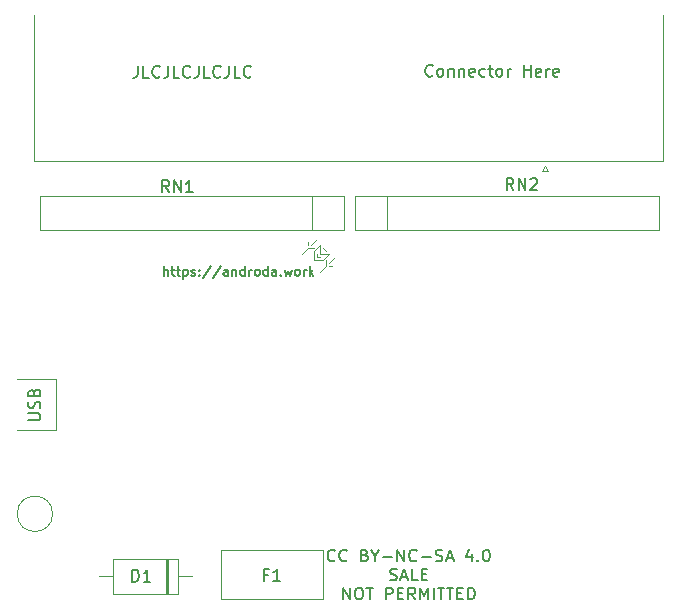
<source format=gbr>
%TF.GenerationSoftware,KiCad,Pcbnew,(6.0.2)*%
%TF.CreationDate,2022-04-05T13:26:03-06:00*%
%TF.ProjectId,DB25m_F4Lite_THTV1,44423235-6d5f-4463-944c-6974655f5448,rev?*%
%TF.SameCoordinates,Original*%
%TF.FileFunction,Legend,Top*%
%TF.FilePolarity,Positive*%
%FSLAX46Y46*%
G04 Gerber Fmt 4.6, Leading zero omitted, Abs format (unit mm)*
G04 Created by KiCad (PCBNEW (6.0.2)) date 2022-04-05 13:26:03*
%MOMM*%
%LPD*%
G01*
G04 APERTURE LIST*
%ADD10C,0.150000*%
%ADD11C,0.120000*%
G04 APERTURE END LIST*
D10*
X142966190Y-47187142D02*
X142918571Y-47234761D01*
X142775714Y-47282380D01*
X142680476Y-47282380D01*
X142537619Y-47234761D01*
X142442380Y-47139523D01*
X142394761Y-47044285D01*
X142347142Y-46853809D01*
X142347142Y-46710952D01*
X142394761Y-46520476D01*
X142442380Y-46425238D01*
X142537619Y-46330000D01*
X142680476Y-46282380D01*
X142775714Y-46282380D01*
X142918571Y-46330000D01*
X142966190Y-46377619D01*
X143537619Y-47282380D02*
X143442380Y-47234761D01*
X143394761Y-47187142D01*
X143347142Y-47091904D01*
X143347142Y-46806190D01*
X143394761Y-46710952D01*
X143442380Y-46663333D01*
X143537619Y-46615714D01*
X143680476Y-46615714D01*
X143775714Y-46663333D01*
X143823333Y-46710952D01*
X143870952Y-46806190D01*
X143870952Y-47091904D01*
X143823333Y-47187142D01*
X143775714Y-47234761D01*
X143680476Y-47282380D01*
X143537619Y-47282380D01*
X144299523Y-46615714D02*
X144299523Y-47282380D01*
X144299523Y-46710952D02*
X144347142Y-46663333D01*
X144442380Y-46615714D01*
X144585238Y-46615714D01*
X144680476Y-46663333D01*
X144728095Y-46758571D01*
X144728095Y-47282380D01*
X145204285Y-46615714D02*
X145204285Y-47282380D01*
X145204285Y-46710952D02*
X145251904Y-46663333D01*
X145347142Y-46615714D01*
X145490000Y-46615714D01*
X145585238Y-46663333D01*
X145632857Y-46758571D01*
X145632857Y-47282380D01*
X146490000Y-47234761D02*
X146394761Y-47282380D01*
X146204285Y-47282380D01*
X146109047Y-47234761D01*
X146061428Y-47139523D01*
X146061428Y-46758571D01*
X146109047Y-46663333D01*
X146204285Y-46615714D01*
X146394761Y-46615714D01*
X146490000Y-46663333D01*
X146537619Y-46758571D01*
X146537619Y-46853809D01*
X146061428Y-46949047D01*
X147394761Y-47234761D02*
X147299523Y-47282380D01*
X147109047Y-47282380D01*
X147013809Y-47234761D01*
X146966190Y-47187142D01*
X146918571Y-47091904D01*
X146918571Y-46806190D01*
X146966190Y-46710952D01*
X147013809Y-46663333D01*
X147109047Y-46615714D01*
X147299523Y-46615714D01*
X147394761Y-46663333D01*
X147680476Y-46615714D02*
X148061428Y-46615714D01*
X147823333Y-46282380D02*
X147823333Y-47139523D01*
X147870952Y-47234761D01*
X147966190Y-47282380D01*
X148061428Y-47282380D01*
X148537619Y-47282380D02*
X148442380Y-47234761D01*
X148394761Y-47187142D01*
X148347142Y-47091904D01*
X148347142Y-46806190D01*
X148394761Y-46710952D01*
X148442380Y-46663333D01*
X148537619Y-46615714D01*
X148680476Y-46615714D01*
X148775714Y-46663333D01*
X148823333Y-46710952D01*
X148870952Y-46806190D01*
X148870952Y-47091904D01*
X148823333Y-47187142D01*
X148775714Y-47234761D01*
X148680476Y-47282380D01*
X148537619Y-47282380D01*
X149299523Y-47282380D02*
X149299523Y-46615714D01*
X149299523Y-46806190D02*
X149347142Y-46710952D01*
X149394761Y-46663333D01*
X149490000Y-46615714D01*
X149585238Y-46615714D01*
X150680476Y-47282380D02*
X150680476Y-46282380D01*
X150680476Y-46758571D02*
X151251904Y-46758571D01*
X151251904Y-47282380D02*
X151251904Y-46282380D01*
X152109047Y-47234761D02*
X152013809Y-47282380D01*
X151823333Y-47282380D01*
X151728095Y-47234761D01*
X151680476Y-47139523D01*
X151680476Y-46758571D01*
X151728095Y-46663333D01*
X151823333Y-46615714D01*
X152013809Y-46615714D01*
X152109047Y-46663333D01*
X152156666Y-46758571D01*
X152156666Y-46853809D01*
X151680476Y-46949047D01*
X152585238Y-47282380D02*
X152585238Y-46615714D01*
X152585238Y-46806190D02*
X152632857Y-46710952D01*
X152680476Y-46663333D01*
X152775714Y-46615714D01*
X152870952Y-46615714D01*
X153585238Y-47234761D02*
X153490000Y-47282380D01*
X153299523Y-47282380D01*
X153204285Y-47234761D01*
X153156666Y-47139523D01*
X153156666Y-46758571D01*
X153204285Y-46663333D01*
X153299523Y-46615714D01*
X153490000Y-46615714D01*
X153585238Y-46663333D01*
X153632857Y-46758571D01*
X153632857Y-46853809D01*
X153156666Y-46949047D01*
X134691904Y-88237142D02*
X134644285Y-88284761D01*
X134501428Y-88332380D01*
X134406190Y-88332380D01*
X134263333Y-88284761D01*
X134168095Y-88189523D01*
X134120476Y-88094285D01*
X134072857Y-87903809D01*
X134072857Y-87760952D01*
X134120476Y-87570476D01*
X134168095Y-87475238D01*
X134263333Y-87380000D01*
X134406190Y-87332380D01*
X134501428Y-87332380D01*
X134644285Y-87380000D01*
X134691904Y-87427619D01*
X135691904Y-88237142D02*
X135644285Y-88284761D01*
X135501428Y-88332380D01*
X135406190Y-88332380D01*
X135263333Y-88284761D01*
X135168095Y-88189523D01*
X135120476Y-88094285D01*
X135072857Y-87903809D01*
X135072857Y-87760952D01*
X135120476Y-87570476D01*
X135168095Y-87475238D01*
X135263333Y-87380000D01*
X135406190Y-87332380D01*
X135501428Y-87332380D01*
X135644285Y-87380000D01*
X135691904Y-87427619D01*
X137215714Y-87808571D02*
X137358571Y-87856190D01*
X137406190Y-87903809D01*
X137453809Y-87999047D01*
X137453809Y-88141904D01*
X137406190Y-88237142D01*
X137358571Y-88284761D01*
X137263333Y-88332380D01*
X136882380Y-88332380D01*
X136882380Y-87332380D01*
X137215714Y-87332380D01*
X137310952Y-87380000D01*
X137358571Y-87427619D01*
X137406190Y-87522857D01*
X137406190Y-87618095D01*
X137358571Y-87713333D01*
X137310952Y-87760952D01*
X137215714Y-87808571D01*
X136882380Y-87808571D01*
X138072857Y-87856190D02*
X138072857Y-88332380D01*
X137739523Y-87332380D02*
X138072857Y-87856190D01*
X138406190Y-87332380D01*
X138739523Y-87951428D02*
X139501428Y-87951428D01*
X139977619Y-88332380D02*
X139977619Y-87332380D01*
X140549047Y-88332380D01*
X140549047Y-87332380D01*
X141596666Y-88237142D02*
X141549047Y-88284761D01*
X141406190Y-88332380D01*
X141310952Y-88332380D01*
X141168095Y-88284761D01*
X141072857Y-88189523D01*
X141025238Y-88094285D01*
X140977619Y-87903809D01*
X140977619Y-87760952D01*
X141025238Y-87570476D01*
X141072857Y-87475238D01*
X141168095Y-87380000D01*
X141310952Y-87332380D01*
X141406190Y-87332380D01*
X141549047Y-87380000D01*
X141596666Y-87427619D01*
X142025238Y-87951428D02*
X142787142Y-87951428D01*
X143215714Y-88284761D02*
X143358571Y-88332380D01*
X143596666Y-88332380D01*
X143691904Y-88284761D01*
X143739523Y-88237142D01*
X143787142Y-88141904D01*
X143787142Y-88046666D01*
X143739523Y-87951428D01*
X143691904Y-87903809D01*
X143596666Y-87856190D01*
X143406190Y-87808571D01*
X143310952Y-87760952D01*
X143263333Y-87713333D01*
X143215714Y-87618095D01*
X143215714Y-87522857D01*
X143263333Y-87427619D01*
X143310952Y-87380000D01*
X143406190Y-87332380D01*
X143644285Y-87332380D01*
X143787142Y-87380000D01*
X144168095Y-88046666D02*
X144644285Y-88046666D01*
X144072857Y-88332380D02*
X144406190Y-87332380D01*
X144739523Y-88332380D01*
X146263333Y-87665714D02*
X146263333Y-88332380D01*
X146025238Y-87284761D02*
X145787142Y-87999047D01*
X146406190Y-87999047D01*
X146787142Y-88237142D02*
X146834761Y-88284761D01*
X146787142Y-88332380D01*
X146739523Y-88284761D01*
X146787142Y-88237142D01*
X146787142Y-88332380D01*
X147453809Y-87332380D02*
X147549047Y-87332380D01*
X147644285Y-87380000D01*
X147691904Y-87427619D01*
X147739523Y-87522857D01*
X147787142Y-87713333D01*
X147787142Y-87951428D01*
X147739523Y-88141904D01*
X147691904Y-88237142D01*
X147644285Y-88284761D01*
X147549047Y-88332380D01*
X147453809Y-88332380D01*
X147358571Y-88284761D01*
X147310952Y-88237142D01*
X147263333Y-88141904D01*
X147215714Y-87951428D01*
X147215714Y-87713333D01*
X147263333Y-87522857D01*
X147310952Y-87427619D01*
X147358571Y-87380000D01*
X147453809Y-87332380D01*
X139358571Y-89894761D02*
X139501428Y-89942380D01*
X139739523Y-89942380D01*
X139834761Y-89894761D01*
X139882380Y-89847142D01*
X139930000Y-89751904D01*
X139930000Y-89656666D01*
X139882380Y-89561428D01*
X139834761Y-89513809D01*
X139739523Y-89466190D01*
X139549047Y-89418571D01*
X139453809Y-89370952D01*
X139406190Y-89323333D01*
X139358571Y-89228095D01*
X139358571Y-89132857D01*
X139406190Y-89037619D01*
X139453809Y-88990000D01*
X139549047Y-88942380D01*
X139787142Y-88942380D01*
X139930000Y-88990000D01*
X140310952Y-89656666D02*
X140787142Y-89656666D01*
X140215714Y-89942380D02*
X140549047Y-88942380D01*
X140882380Y-89942380D01*
X141691904Y-89942380D02*
X141215714Y-89942380D01*
X141215714Y-88942380D01*
X142025238Y-89418571D02*
X142358571Y-89418571D01*
X142501428Y-89942380D02*
X142025238Y-89942380D01*
X142025238Y-88942380D01*
X142501428Y-88942380D01*
X135382380Y-91552380D02*
X135382380Y-90552380D01*
X135953809Y-91552380D01*
X135953809Y-90552380D01*
X136620476Y-90552380D02*
X136810952Y-90552380D01*
X136906190Y-90600000D01*
X137001428Y-90695238D01*
X137049047Y-90885714D01*
X137049047Y-91219047D01*
X137001428Y-91409523D01*
X136906190Y-91504761D01*
X136810952Y-91552380D01*
X136620476Y-91552380D01*
X136525238Y-91504761D01*
X136430000Y-91409523D01*
X136382380Y-91219047D01*
X136382380Y-90885714D01*
X136430000Y-90695238D01*
X136525238Y-90600000D01*
X136620476Y-90552380D01*
X137334761Y-90552380D02*
X137906190Y-90552380D01*
X137620476Y-91552380D02*
X137620476Y-90552380D01*
X139001428Y-91552380D02*
X139001428Y-90552380D01*
X139382380Y-90552380D01*
X139477619Y-90600000D01*
X139525238Y-90647619D01*
X139572857Y-90742857D01*
X139572857Y-90885714D01*
X139525238Y-90980952D01*
X139477619Y-91028571D01*
X139382380Y-91076190D01*
X139001428Y-91076190D01*
X140001428Y-91028571D02*
X140334761Y-91028571D01*
X140477619Y-91552380D02*
X140001428Y-91552380D01*
X140001428Y-90552380D01*
X140477619Y-90552380D01*
X141477619Y-91552380D02*
X141144285Y-91076190D01*
X140906190Y-91552380D02*
X140906190Y-90552380D01*
X141287142Y-90552380D01*
X141382380Y-90600000D01*
X141430000Y-90647619D01*
X141477619Y-90742857D01*
X141477619Y-90885714D01*
X141430000Y-90980952D01*
X141382380Y-91028571D01*
X141287142Y-91076190D01*
X140906190Y-91076190D01*
X141906190Y-91552380D02*
X141906190Y-90552380D01*
X142239523Y-91266666D01*
X142572857Y-90552380D01*
X142572857Y-91552380D01*
X143049047Y-91552380D02*
X143049047Y-90552380D01*
X143382380Y-90552380D02*
X143953809Y-90552380D01*
X143668095Y-91552380D02*
X143668095Y-90552380D01*
X144144285Y-90552380D02*
X144715714Y-90552380D01*
X144430000Y-91552380D02*
X144430000Y-90552380D01*
X145049047Y-91028571D02*
X145382380Y-91028571D01*
X145525238Y-91552380D02*
X145049047Y-91552380D01*
X145049047Y-90552380D01*
X145525238Y-90552380D01*
X145953809Y-91552380D02*
X145953809Y-90552380D01*
X146191904Y-90552380D01*
X146334761Y-90600000D01*
X146430000Y-90695238D01*
X146477619Y-90790476D01*
X146525238Y-90980952D01*
X146525238Y-91123809D01*
X146477619Y-91314285D01*
X146430000Y-91409523D01*
X146334761Y-91504761D01*
X146191904Y-91552380D01*
X145953809Y-91552380D01*
X118001992Y-46366180D02*
X118001992Y-47080466D01*
X117954373Y-47223323D01*
X117859135Y-47318561D01*
X117716278Y-47366180D01*
X117621040Y-47366180D01*
X118954373Y-47366180D02*
X118478182Y-47366180D01*
X118478182Y-46366180D01*
X119859135Y-47270942D02*
X119811516Y-47318561D01*
X119668659Y-47366180D01*
X119573420Y-47366180D01*
X119430563Y-47318561D01*
X119335325Y-47223323D01*
X119287706Y-47128085D01*
X119240087Y-46937609D01*
X119240087Y-46794752D01*
X119287706Y-46604276D01*
X119335325Y-46509038D01*
X119430563Y-46413800D01*
X119573420Y-46366180D01*
X119668659Y-46366180D01*
X119811516Y-46413800D01*
X119859135Y-46461419D01*
X120573420Y-46366180D02*
X120573420Y-47080466D01*
X120525801Y-47223323D01*
X120430563Y-47318561D01*
X120287706Y-47366180D01*
X120192468Y-47366180D01*
X121525801Y-47366180D02*
X121049611Y-47366180D01*
X121049611Y-46366180D01*
X122430563Y-47270942D02*
X122382944Y-47318561D01*
X122240087Y-47366180D01*
X122144849Y-47366180D01*
X122001992Y-47318561D01*
X121906754Y-47223323D01*
X121859135Y-47128085D01*
X121811516Y-46937609D01*
X121811516Y-46794752D01*
X121859135Y-46604276D01*
X121906754Y-46509038D01*
X122001992Y-46413800D01*
X122144849Y-46366180D01*
X122240087Y-46366180D01*
X122382944Y-46413800D01*
X122430563Y-46461419D01*
X123144849Y-46366180D02*
X123144849Y-47080466D01*
X123097230Y-47223323D01*
X123001992Y-47318561D01*
X122859135Y-47366180D01*
X122763897Y-47366180D01*
X124097230Y-47366180D02*
X123621040Y-47366180D01*
X123621040Y-46366180D01*
X125001992Y-47270942D02*
X124954373Y-47318561D01*
X124811516Y-47366180D01*
X124716278Y-47366180D01*
X124573420Y-47318561D01*
X124478182Y-47223323D01*
X124430563Y-47128085D01*
X124382944Y-46937609D01*
X124382944Y-46794752D01*
X124430563Y-46604276D01*
X124478182Y-46509038D01*
X124573420Y-46413800D01*
X124716278Y-46366180D01*
X124811516Y-46366180D01*
X124954373Y-46413800D01*
X125001992Y-46461419D01*
X125716278Y-46366180D02*
X125716278Y-47080466D01*
X125668659Y-47223323D01*
X125573420Y-47318561D01*
X125430563Y-47366180D01*
X125335325Y-47366180D01*
X126668659Y-47366180D02*
X126192468Y-47366180D01*
X126192468Y-46366180D01*
X127573420Y-47270942D02*
X127525801Y-47318561D01*
X127382944Y-47366180D01*
X127287706Y-47366180D01*
X127144849Y-47318561D01*
X127049611Y-47223323D01*
X127001992Y-47128085D01*
X126954373Y-46937609D01*
X126954373Y-46794752D01*
X127001992Y-46604276D01*
X127049611Y-46509038D01*
X127144849Y-46413800D01*
X127287706Y-46366180D01*
X127382944Y-46366180D01*
X127525801Y-46413800D01*
X127573420Y-46461419D01*
X120210098Y-64151464D02*
X120210098Y-63351464D01*
X120552955Y-64151464D02*
X120552955Y-63732417D01*
X120514860Y-63656226D01*
X120438669Y-63618131D01*
X120324383Y-63618131D01*
X120248193Y-63656226D01*
X120210098Y-63694321D01*
X120819621Y-63618131D02*
X121124383Y-63618131D01*
X120933907Y-63351464D02*
X120933907Y-64037179D01*
X120972002Y-64113369D01*
X121048193Y-64151464D01*
X121124383Y-64151464D01*
X121276764Y-63618131D02*
X121581526Y-63618131D01*
X121391050Y-63351464D02*
X121391050Y-64037179D01*
X121429145Y-64113369D01*
X121505336Y-64151464D01*
X121581526Y-64151464D01*
X121848193Y-63618131D02*
X121848193Y-64418131D01*
X121848193Y-63656226D02*
X121924383Y-63618131D01*
X122076764Y-63618131D01*
X122152955Y-63656226D01*
X122191050Y-63694321D01*
X122229145Y-63770512D01*
X122229145Y-63999083D01*
X122191050Y-64075274D01*
X122152955Y-64113369D01*
X122076764Y-64151464D01*
X121924383Y-64151464D01*
X121848193Y-64113369D01*
X122533907Y-64113369D02*
X122610098Y-64151464D01*
X122762479Y-64151464D01*
X122838669Y-64113369D01*
X122876764Y-64037179D01*
X122876764Y-63999083D01*
X122838669Y-63922893D01*
X122762479Y-63884798D01*
X122648193Y-63884798D01*
X122572002Y-63846702D01*
X122533907Y-63770512D01*
X122533907Y-63732417D01*
X122572002Y-63656226D01*
X122648193Y-63618131D01*
X122762479Y-63618131D01*
X122838669Y-63656226D01*
X123219621Y-64075274D02*
X123257717Y-64113369D01*
X123219621Y-64151464D01*
X123181526Y-64113369D01*
X123219621Y-64075274D01*
X123219621Y-64151464D01*
X123219621Y-63656226D02*
X123257717Y-63694321D01*
X123219621Y-63732417D01*
X123181526Y-63694321D01*
X123219621Y-63656226D01*
X123219621Y-63732417D01*
X124172002Y-63313369D02*
X123486288Y-64341940D01*
X125010098Y-63313369D02*
X124324383Y-64341940D01*
X125619621Y-64151464D02*
X125619621Y-63732417D01*
X125581526Y-63656226D01*
X125505336Y-63618131D01*
X125352955Y-63618131D01*
X125276764Y-63656226D01*
X125619621Y-64113369D02*
X125543431Y-64151464D01*
X125352955Y-64151464D01*
X125276764Y-64113369D01*
X125238669Y-64037179D01*
X125238669Y-63960988D01*
X125276764Y-63884798D01*
X125352955Y-63846702D01*
X125543431Y-63846702D01*
X125619621Y-63808607D01*
X126000574Y-63618131D02*
X126000574Y-64151464D01*
X126000574Y-63694321D02*
X126038669Y-63656226D01*
X126114860Y-63618131D01*
X126229145Y-63618131D01*
X126305336Y-63656226D01*
X126343431Y-63732417D01*
X126343431Y-64151464D01*
X127067240Y-64151464D02*
X127067240Y-63351464D01*
X127067240Y-64113369D02*
X126991050Y-64151464D01*
X126838669Y-64151464D01*
X126762479Y-64113369D01*
X126724383Y-64075274D01*
X126686288Y-63999083D01*
X126686288Y-63770512D01*
X126724383Y-63694321D01*
X126762479Y-63656226D01*
X126838669Y-63618131D01*
X126991050Y-63618131D01*
X127067240Y-63656226D01*
X127448193Y-64151464D02*
X127448193Y-63618131D01*
X127448193Y-63770512D02*
X127486288Y-63694321D01*
X127524383Y-63656226D01*
X127600574Y-63618131D01*
X127676764Y-63618131D01*
X128057717Y-64151464D02*
X127981526Y-64113369D01*
X127943431Y-64075274D01*
X127905336Y-63999083D01*
X127905336Y-63770512D01*
X127943431Y-63694321D01*
X127981526Y-63656226D01*
X128057717Y-63618131D01*
X128172002Y-63618131D01*
X128248193Y-63656226D01*
X128286288Y-63694321D01*
X128324383Y-63770512D01*
X128324383Y-63999083D01*
X128286288Y-64075274D01*
X128248193Y-64113369D01*
X128172002Y-64151464D01*
X128057717Y-64151464D01*
X129010098Y-64151464D02*
X129010098Y-63351464D01*
X129010098Y-64113369D02*
X128933907Y-64151464D01*
X128781526Y-64151464D01*
X128705336Y-64113369D01*
X128667240Y-64075274D01*
X128629145Y-63999083D01*
X128629145Y-63770512D01*
X128667240Y-63694321D01*
X128705336Y-63656226D01*
X128781526Y-63618131D01*
X128933907Y-63618131D01*
X129010098Y-63656226D01*
X129733907Y-64151464D02*
X129733907Y-63732417D01*
X129695812Y-63656226D01*
X129619621Y-63618131D01*
X129467240Y-63618131D01*
X129391050Y-63656226D01*
X129733907Y-64113369D02*
X129657717Y-64151464D01*
X129467240Y-64151464D01*
X129391050Y-64113369D01*
X129352955Y-64037179D01*
X129352955Y-63960988D01*
X129391050Y-63884798D01*
X129467240Y-63846702D01*
X129657717Y-63846702D01*
X129733907Y-63808607D01*
X130114860Y-64075274D02*
X130152955Y-64113369D01*
X130114860Y-64151464D01*
X130076764Y-64113369D01*
X130114860Y-64075274D01*
X130114860Y-64151464D01*
X130419621Y-63618131D02*
X130572002Y-64151464D01*
X130724383Y-63770512D01*
X130876764Y-64151464D01*
X131029145Y-63618131D01*
X131448193Y-64151464D02*
X131372002Y-64113369D01*
X131333907Y-64075274D01*
X131295812Y-63999083D01*
X131295812Y-63770512D01*
X131333907Y-63694321D01*
X131372002Y-63656226D01*
X131448193Y-63618131D01*
X131562479Y-63618131D01*
X131638669Y-63656226D01*
X131676764Y-63694321D01*
X131714860Y-63770512D01*
X131714860Y-63999083D01*
X131676764Y-64075274D01*
X131638669Y-64113369D01*
X131562479Y-64151464D01*
X131448193Y-64151464D01*
X132057717Y-64151464D02*
X132057717Y-63618131D01*
X132057717Y-63770512D02*
X132095812Y-63694321D01*
X132133907Y-63656226D01*
X132210098Y-63618131D01*
X132286288Y-63618131D01*
X132552955Y-64151464D02*
X132552955Y-63351464D01*
X132629145Y-63846702D02*
X132857717Y-64151464D01*
X132857717Y-63618131D02*
X132552955Y-63922893D01*
%TO.C,D1*%
X117531904Y-90042380D02*
X117531904Y-89042380D01*
X117770000Y-89042380D01*
X117912857Y-89090000D01*
X118008095Y-89185238D01*
X118055714Y-89280476D01*
X118103333Y-89470952D01*
X118103333Y-89613809D01*
X118055714Y-89804285D01*
X118008095Y-89899523D01*
X117912857Y-89994761D01*
X117770000Y-90042380D01*
X117531904Y-90042380D01*
X119055714Y-90042380D02*
X118484285Y-90042380D01*
X118770000Y-90042380D02*
X118770000Y-89042380D01*
X118674761Y-89185238D01*
X118579523Y-89280476D01*
X118484285Y-89328095D01*
%TO.C,F1*%
X128990946Y-89457571D02*
X128657613Y-89457571D01*
X128657613Y-89981380D02*
X128657613Y-88981380D01*
X129133803Y-88981380D01*
X130038565Y-89981380D02*
X129467137Y-89981380D01*
X129752851Y-89981380D02*
X129752851Y-88981380D01*
X129657613Y-89124238D01*
X129562375Y-89219476D01*
X129467137Y-89267095D01*
%TO.C,U2*%
X108737055Y-76368446D02*
X109546579Y-76368446D01*
X109641817Y-76320827D01*
X109689436Y-76273208D01*
X109737055Y-76177970D01*
X109737055Y-75987494D01*
X109689436Y-75892256D01*
X109641817Y-75844637D01*
X109546579Y-75797018D01*
X108737055Y-75797018D01*
X109689436Y-75368446D02*
X109737055Y-75225589D01*
X109737055Y-74987494D01*
X109689436Y-74892256D01*
X109641817Y-74844637D01*
X109546579Y-74797018D01*
X109451341Y-74797018D01*
X109356103Y-74844637D01*
X109308484Y-74892256D01*
X109260865Y-74987494D01*
X109213246Y-75177970D01*
X109165627Y-75273208D01*
X109118008Y-75320827D01*
X109022770Y-75368446D01*
X108927532Y-75368446D01*
X108832294Y-75320827D01*
X108784675Y-75273208D01*
X108737055Y-75177970D01*
X108737055Y-74939875D01*
X108784675Y-74797018D01*
X109213246Y-74035113D02*
X109260865Y-73892256D01*
X109308484Y-73844637D01*
X109403722Y-73797018D01*
X109546579Y-73797018D01*
X109641817Y-73844637D01*
X109689436Y-73892256D01*
X109737055Y-73987494D01*
X109737055Y-74368446D01*
X108737055Y-74368446D01*
X108737055Y-74035113D01*
X108784675Y-73939875D01*
X108832294Y-73892256D01*
X108927532Y-73844637D01*
X109022770Y-73844637D01*
X109118008Y-73892256D01*
X109165627Y-73939875D01*
X109213246Y-74035113D01*
X109213246Y-74368446D01*
%TO.C,RN2*%
X149801983Y-56883860D02*
X149468650Y-56407670D01*
X149230555Y-56883860D02*
X149230555Y-55883860D01*
X149611507Y-55883860D01*
X149706745Y-55931480D01*
X149754364Y-55979099D01*
X149801983Y-56074337D01*
X149801983Y-56217194D01*
X149754364Y-56312432D01*
X149706745Y-56360051D01*
X149611507Y-56407670D01*
X149230555Y-56407670D01*
X150230555Y-56883860D02*
X150230555Y-55883860D01*
X150801983Y-56883860D01*
X150801983Y-55883860D01*
X151230555Y-55979099D02*
X151278174Y-55931480D01*
X151373412Y-55883860D01*
X151611507Y-55883860D01*
X151706745Y-55931480D01*
X151754364Y-55979099D01*
X151801983Y-56074337D01*
X151801983Y-56169575D01*
X151754364Y-56312432D01*
X151182936Y-56883860D01*
X151801983Y-56883860D01*
%TO.C,RN1*%
X120655483Y-57061360D02*
X120322150Y-56585170D01*
X120084055Y-57061360D02*
X120084055Y-56061360D01*
X120465007Y-56061360D01*
X120560245Y-56108980D01*
X120607864Y-56156599D01*
X120655483Y-56251837D01*
X120655483Y-56394694D01*
X120607864Y-56489932D01*
X120560245Y-56537551D01*
X120465007Y-56585170D01*
X120084055Y-56585170D01*
X121084055Y-57061360D02*
X121084055Y-56061360D01*
X121655483Y-57061360D01*
X121655483Y-56061360D01*
X122655483Y-57061360D02*
X122084055Y-57061360D01*
X122369769Y-57061360D02*
X122369769Y-56061360D01*
X122274531Y-56204218D01*
X122179293Y-56299456D01*
X122084055Y-56347075D01*
D11*
%TO.C,D1*%
X121370000Y-91070000D02*
X121370000Y-88130000D01*
X121370000Y-88130000D02*
X115930000Y-88130000D01*
X115930000Y-88130000D02*
X115930000Y-91070000D01*
X115930000Y-91070000D02*
X121370000Y-91070000D01*
X122590000Y-89600000D02*
X121370000Y-89600000D01*
X114710000Y-89600000D02*
X115930000Y-89600000D01*
X120470000Y-91070000D02*
X120470000Y-88130000D01*
X120350000Y-91070000D02*
X120350000Y-88130000D01*
X120590000Y-91070000D02*
X120590000Y-88130000D01*
%TO.C,F1*%
X125080000Y-87390000D02*
X133680000Y-87390000D01*
X125080000Y-87390000D02*
X125080000Y-91490000D01*
X133680000Y-87390000D02*
X133680000Y-91490000D01*
X125080000Y-91490000D02*
X133680000Y-91490000D01*
%TO.C,J6*%
X162440800Y-42054820D02*
X162440800Y-54394820D01*
X162440800Y-54394820D02*
X109220800Y-54394820D01*
X109220800Y-54394820D02*
X109220800Y-42054820D01*
X152700800Y-55289158D02*
X152200800Y-55289158D01*
X152200800Y-55289158D02*
X152450800Y-54856145D01*
X152450800Y-54856145D02*
X152700800Y-55289158D01*
%TO.C,U2*%
X110784675Y-84301342D02*
G75*
G03*
X110784675Y-84301342I-1500000J0D01*
G01*
X107760675Y-77189342D02*
X111062675Y-77189342D01*
X111062675Y-77189342D02*
X111062675Y-72871342D01*
X111062675Y-72871342D02*
X107760675Y-72871342D01*
%TO.C,RN2*%
X136352460Y-57431480D02*
X136352460Y-60231480D01*
X136352460Y-60231480D02*
X162092460Y-60231480D01*
X162092460Y-60231480D02*
X162092460Y-57431480D01*
X162092460Y-57431480D02*
X136352460Y-57431480D01*
X139062460Y-57431480D02*
X139062460Y-60231480D01*
%TO.C,RN1*%
X135422460Y-60231480D02*
X135422460Y-57431480D01*
X135422460Y-57431480D02*
X109682460Y-57431480D01*
X109682460Y-57431480D02*
X109682460Y-60231480D01*
X109682460Y-60231480D02*
X135422460Y-60231480D01*
X132712460Y-60231480D02*
X132712460Y-57431480D01*
%TO.C,REF\u002A\u002A*%
X133951980Y-62080140D02*
X133697980Y-61826140D01*
X134205980Y-63096140D02*
X134713980Y-62588140D01*
X132681980Y-61572140D02*
X133189980Y-61064140D01*
X132427980Y-61572140D02*
X132427980Y-61318140D01*
X132427980Y-61826140D02*
X131919980Y-62334140D01*
X132935980Y-61826140D02*
X132427980Y-61826140D01*
X133189980Y-62588140D02*
X133443980Y-62588140D01*
X133189980Y-62334140D02*
X133189980Y-62588140D01*
X133443980Y-62334140D02*
X134205980Y-62334140D01*
X133443980Y-61572140D02*
X133443980Y-62334140D01*
X132935980Y-62080140D02*
X133443980Y-61572140D01*
X132935980Y-62842140D02*
X132935980Y-62080140D01*
X133697980Y-62842140D02*
X132935980Y-62842140D01*
X133697980Y-62842140D02*
X134205980Y-62334140D01*
X133951980Y-63350140D02*
X133443980Y-63858140D01*
X133951980Y-62842140D02*
X133951980Y-63350140D01*
X134205980Y-63350140D02*
X134459980Y-63350140D01*
%TD*%
M02*

</source>
